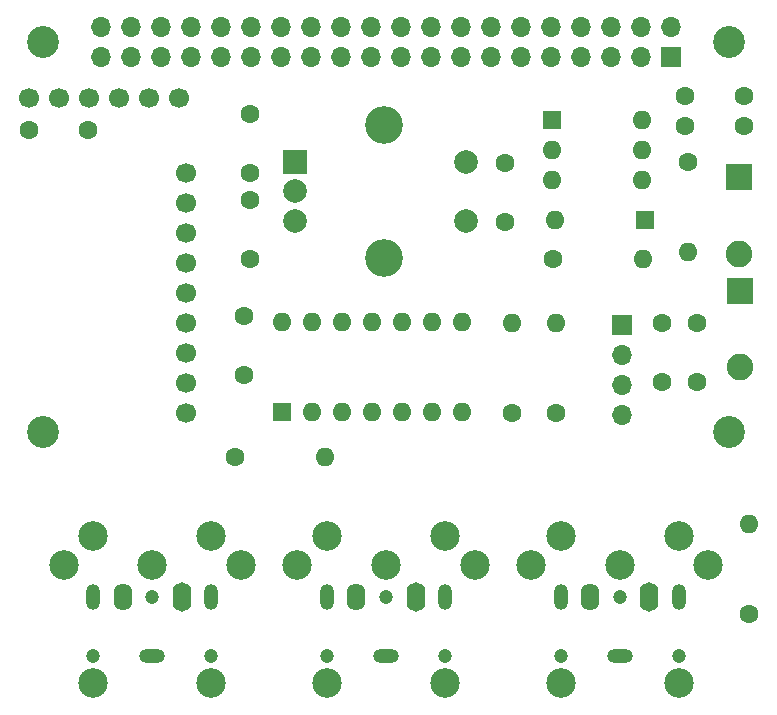
<source format=gts>
G04 #@! TF.GenerationSoftware,KiCad,Pcbnew,7.0.9*
G04 #@! TF.CreationDate,2023-11-29T14:02:09+00:00*
G04 #@! TF.ProjectId,RPi-400-MIDI-MiniDexed,5250692d-3430-4302-9d4d-4944492d4d69,rev?*
G04 #@! TF.SameCoordinates,Original*
G04 #@! TF.FileFunction,Soldermask,Top*
G04 #@! TF.FilePolarity,Negative*
%FSLAX46Y46*%
G04 Gerber Fmt 4.6, Leading zero omitted, Abs format (unit mm)*
G04 Created by KiCad (PCBNEW 7.0.9) date 2023-11-29 14:02:09*
%MOMM*%
%LPD*%
G01*
G04 APERTURE LIST*
%ADD10R,1.700000X1.700000*%
%ADD11O,1.700000X1.700000*%
%ADD12C,2.700000*%
%ADD13C,2.499360*%
%ADD14C,1.200000*%
%ADD15O,1.200000X2.200000*%
%ADD16O,1.600000X2.300000*%
%ADD17O,2.200000X1.200000*%
%ADD18O,1.600000X2.500000*%
%ADD19C,1.600000*%
%ADD20O,1.600000X1.600000*%
%ADD21C,1.700000*%
%ADD22R,1.600000X1.600000*%
%ADD23R,2.250000X2.250000*%
%ADD24C,2.250000*%
%ADD25R,2.000000X2.000000*%
%ADD26C,2.000000*%
%ADD27C,3.200000*%
G04 APERTURE END LIST*
D10*
X156630000Y-74770000D03*
D11*
X156630000Y-72230000D03*
X154090000Y-74770000D03*
X154090000Y-72230000D03*
X151550000Y-74770000D03*
X151550000Y-72230000D03*
X149010000Y-74770000D03*
X149010000Y-72230000D03*
X146470000Y-74770000D03*
X146470000Y-72230000D03*
X143930000Y-74770000D03*
X143930000Y-72230000D03*
X141390000Y-74770000D03*
X141390000Y-72230000D03*
X138850000Y-74770000D03*
X138850000Y-72230000D03*
X136310000Y-74770000D03*
X136310000Y-72230000D03*
X133770000Y-74770000D03*
X133770000Y-72230000D03*
X131230000Y-74770000D03*
X131230000Y-72230000D03*
X128690000Y-74770000D03*
X128690000Y-72230000D03*
X126150000Y-74770000D03*
X126150000Y-72230000D03*
X123610000Y-74770000D03*
X123610000Y-72230000D03*
X121070000Y-74770000D03*
X121070000Y-72230000D03*
X118530000Y-74770000D03*
X118530000Y-72230000D03*
X115990000Y-74770000D03*
X115990000Y-72230000D03*
X113450000Y-74770000D03*
X113450000Y-72230000D03*
X110910000Y-74770000D03*
X110910000Y-72230000D03*
X108370000Y-74770000D03*
X108370000Y-72230000D03*
D12*
X161500000Y-73500000D03*
D13*
X147298740Y-127797700D03*
X157301260Y-127797700D03*
X159798080Y-117802800D03*
X152300000Y-117800260D03*
X144801920Y-117802800D03*
X157296180Y-115300900D03*
X147303820Y-115300900D03*
D14*
X127500000Y-125500000D03*
X127500000Y-128000000D03*
X132500000Y-120500000D03*
X137500000Y-125500000D03*
X137500000Y-128000000D03*
D15*
X127500000Y-120500000D03*
D16*
X130000000Y-120500000D03*
D17*
X132500000Y-125500000D03*
D15*
X137500000Y-120500000D03*
D18*
X135000000Y-120500000D03*
D13*
X127498740Y-127797700D03*
X137501260Y-127797700D03*
X139998080Y-117802800D03*
X132500000Y-117800260D03*
X125001920Y-117802800D03*
X137496180Y-115300900D03*
X127503820Y-115300900D03*
D19*
X120950000Y-91910000D03*
X120950000Y-86910000D03*
X146660000Y-91900000D03*
D20*
X154280000Y-91900000D03*
D19*
X119720000Y-108660000D03*
D20*
X127340000Y-108660000D03*
D21*
X114935000Y-78230000D03*
X112395000Y-78230000D03*
X109855000Y-78230000D03*
X107315000Y-78230000D03*
X104775000Y-78230000D03*
X102235000Y-78230000D03*
X115570000Y-104900000D03*
X115570000Y-102360000D03*
X115570000Y-99820000D03*
X115570000Y-97280000D03*
X115570000Y-94740000D03*
X115570000Y-92200000D03*
X115570000Y-89660000D03*
X115570000Y-87120000D03*
X115570000Y-84580000D03*
D14*
X147300000Y-125500000D03*
X147300000Y-128000000D03*
X152300000Y-120500000D03*
X157300000Y-125500000D03*
X157300000Y-128000000D03*
D15*
X147300000Y-120500000D03*
D16*
X149800000Y-120500000D03*
D17*
X152300000Y-125500000D03*
D15*
X157300000Y-120500000D03*
D18*
X154800000Y-120500000D03*
D22*
X123660000Y-104820000D03*
D20*
X126200000Y-104820000D03*
X128740000Y-104820000D03*
X131280000Y-104820000D03*
X133820000Y-104820000D03*
X136360000Y-104820000D03*
X138900000Y-104820000D03*
X138900000Y-97200000D03*
X136360000Y-97200000D03*
X133820000Y-97200000D03*
X131280000Y-97200000D03*
X128740000Y-97200000D03*
X126200000Y-97200000D03*
X123660000Y-97200000D03*
D19*
X120950000Y-79600000D03*
X120950000Y-84600000D03*
D23*
X162420000Y-84980000D03*
D24*
X162420000Y-91480000D03*
D12*
X103500000Y-106500000D03*
D25*
X124810000Y-83660000D03*
D26*
X124810000Y-88660000D03*
X124810000Y-86160000D03*
D27*
X132310000Y-80560000D03*
X132310000Y-91760000D03*
D26*
X139310000Y-88660000D03*
X139310000Y-83660000D03*
D12*
X103500000Y-73500000D03*
D19*
X146890000Y-104940000D03*
D20*
X146890000Y-97320000D03*
D19*
X142560000Y-88730000D03*
X142560000Y-83730000D03*
X162820000Y-80610000D03*
X157820000Y-80610000D03*
X102310000Y-81000000D03*
X107310000Y-81000000D03*
X143140000Y-104910000D03*
D20*
X143140000Y-97290000D03*
D19*
X155830000Y-102320000D03*
X155830000Y-97320000D03*
D22*
X154440000Y-88540000D03*
D20*
X146820000Y-88540000D03*
D19*
X120440000Y-96730000D03*
X120440000Y-101730000D03*
D14*
X107700000Y-125500000D03*
X107700000Y-128000000D03*
X112700000Y-120500000D03*
X117700000Y-125500000D03*
X117700000Y-128000000D03*
D15*
X107700000Y-120500000D03*
D16*
X110200000Y-120500000D03*
D17*
X112700000Y-125500000D03*
D15*
X117700000Y-120500000D03*
D18*
X115200000Y-120500000D03*
D23*
X162460000Y-94550000D03*
D24*
X162460000Y-101050000D03*
D13*
X107698740Y-127797700D03*
X117701260Y-127797700D03*
X120198080Y-117802800D03*
X112700000Y-117800260D03*
X105201920Y-117802800D03*
X117696180Y-115300900D03*
X107703820Y-115300900D03*
D12*
X161500000Y-106500000D03*
D19*
X158860000Y-97260000D03*
X158860000Y-102260000D03*
D10*
X152440000Y-97490000D03*
D11*
X152440000Y-100030000D03*
X152440000Y-102570000D03*
X152440000Y-105110000D03*
D19*
X157850000Y-78060000D03*
X162850000Y-78060000D03*
D22*
X146580000Y-80120000D03*
D20*
X146580000Y-82660000D03*
X146580000Y-85200000D03*
X154200000Y-85200000D03*
X154200000Y-82660000D03*
X154200000Y-80120000D03*
D19*
X163270000Y-121970000D03*
D20*
X163270000Y-114350000D03*
D19*
X158090000Y-83710000D03*
D20*
X158090000Y-91330000D03*
M02*

</source>
